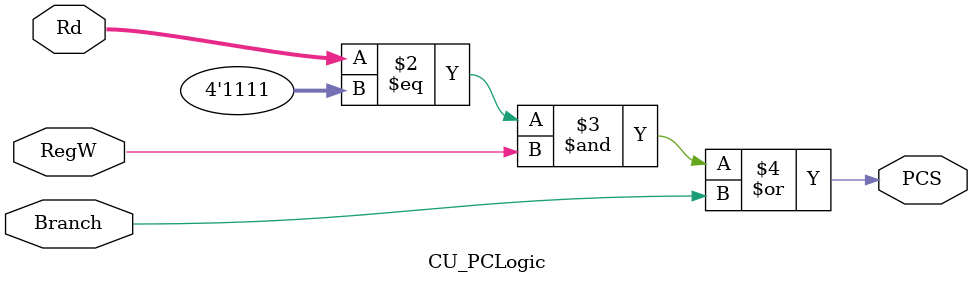
<source format=sv>
module CU_PCLogic (input logic Branch,
						 input logic RegW,
						 input logic [3:0] Rd,
						 output logic PCS);
						 
		always_comb 
		PCS = ((Rd == 15) & RegW) | Branch;
		
endmodule 
</source>
